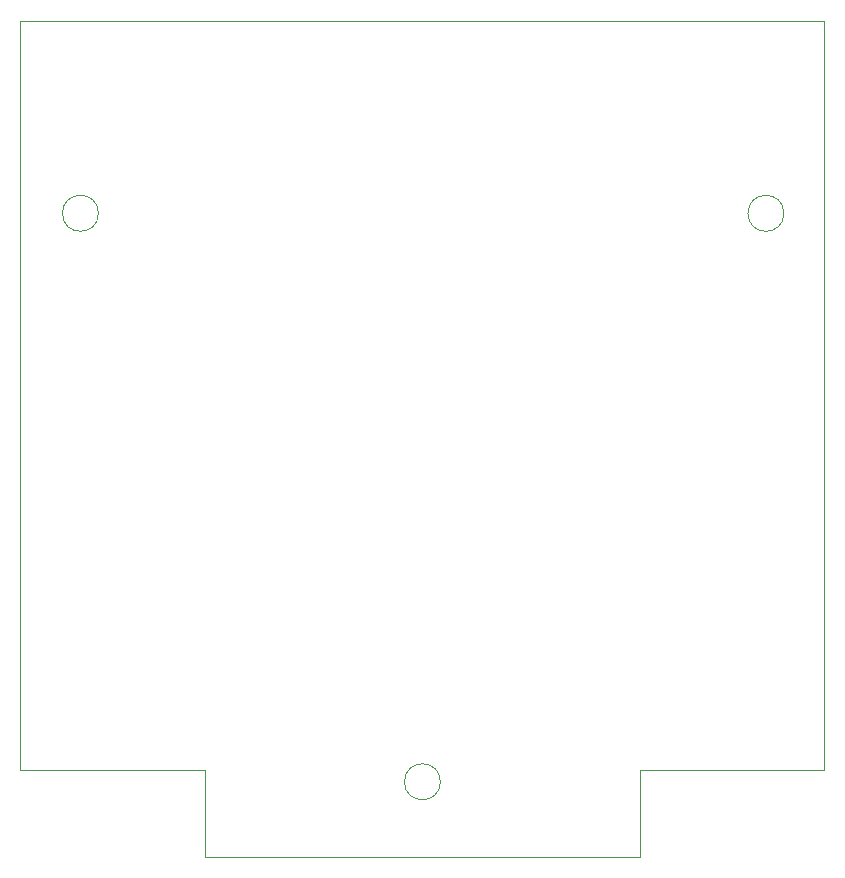
<source format=gbr>
%TF.GenerationSoftware,KiCad,Pcbnew,(5.1.8)-1*%
%TF.CreationDate,2021-05-25T14:35:32+05:30*%
%TF.ProjectId,ATM90_WLR_BOARD,41544d39-305f-4574-9c52-5f424f415244,rev?*%
%TF.SameCoordinates,Original*%
%TF.FileFunction,Paste,Bot*%
%TF.FilePolarity,Positive*%
%FSLAX46Y46*%
G04 Gerber Fmt 4.6, Leading zero omitted, Abs format (unit mm)*
G04 Created by KiCad (PCBNEW (5.1.8)-1) date 2021-05-25 14:35:32*
%MOMM*%
%LPD*%
G01*
G04 APERTURE LIST*
%TA.AperFunction,Profile*%
%ADD10C,0.050000*%
%TD*%
G04 APERTURE END LIST*
D10*
X80391000Y-135890000D02*
X80391000Y-72517000D01*
X148463000Y-72517000D02*
X148463000Y-135890000D01*
X148463000Y-72517000D02*
X80391000Y-72517000D01*
X132842000Y-135890000D02*
X148463000Y-135890000D01*
X132842000Y-143256000D02*
X132842000Y-135890000D01*
X96012000Y-135890000D02*
X96012000Y-143256000D01*
X80391000Y-135890000D02*
X96012000Y-135890000D01*
X96012000Y-143256000D02*
X132842000Y-143256000D01*
X115951000Y-136906000D02*
G75*
G03*
X115951000Y-136906000I-1524000J0D01*
G01*
X145034000Y-88773000D02*
G75*
G03*
X145034000Y-88773000I-1524000J0D01*
G01*
X86995000Y-88773000D02*
G75*
G03*
X86995000Y-88773000I-1524000J0D01*
G01*
M02*

</source>
